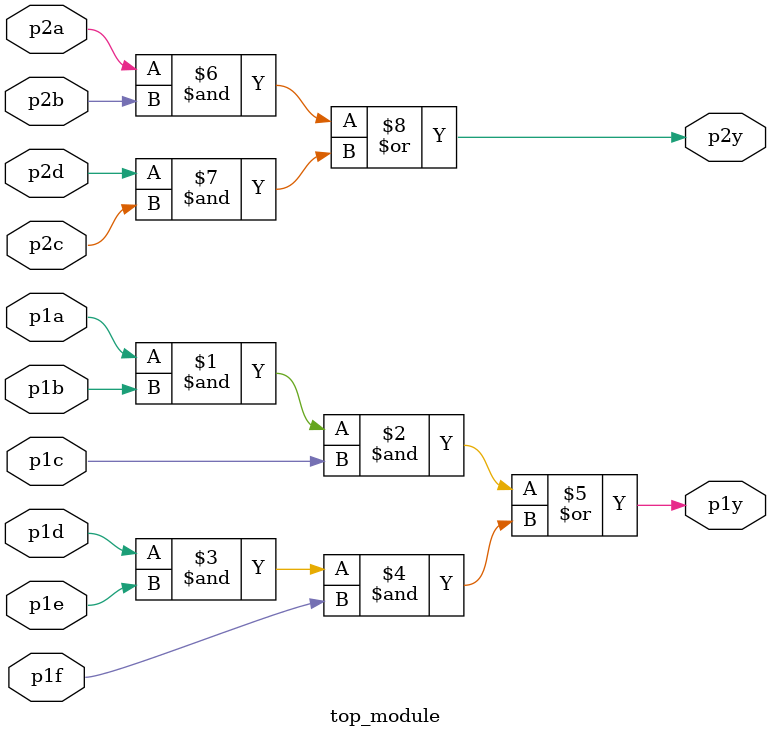
<source format=v>
module top_module ( 
    input p1a, p1b, p1c, p1d, p1e, p1f,
    output p1y,
    input p2a, p2b, p2c, p2d,
    output p2y );
    assign p1y = (p1a&p1b&p1c)|(p1d&p1e&p1f);
    assign p2y = (p2a&p2b)|(p2d&p2c);

endmodule

</source>
